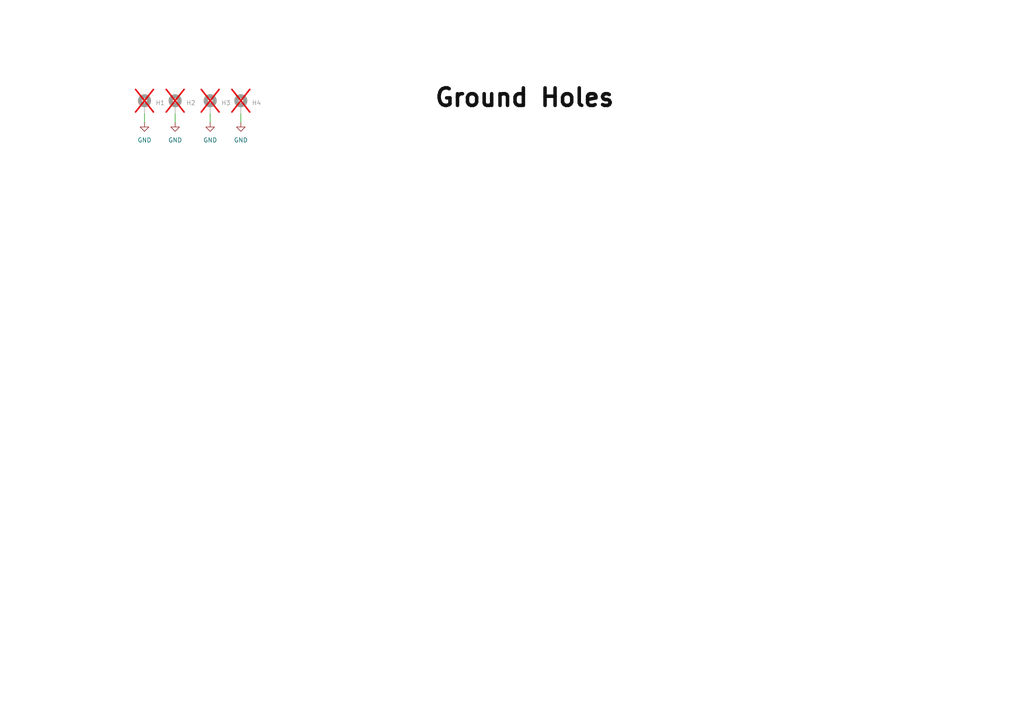
<source format=kicad_sch>
(kicad_sch (version 20250114) (generator "eeschema") (generator_version "9.0")
  (paper "A4")
  (title_block (title "12-12 Teensy G4.1 Arena Top Modular LED Display") (date "2025-07-22") (rev "v0.4") (company "IORodeo for Reiserlab @ Janelia"))
  (lib_symbols
    (symbol "Mechanical:MountingHole_Pad" (pin_numbers (hide yes)) (pin_names (offset 1.016) (hide yes))
      (property "Reference" "H" (at 0 6.35 0))
      (property "Value" "MountingHole_Pad" (at 0 4.445 0))
      (symbol "MountingHole_Pad_0_1"
        (circle (center 0 1.27) (radius 1.27) (stroke (width 1.27)))
      )
      (symbol "MountingHole_Pad_1_1"
        (pin input line (at 0 -2.54 90) (length 2.54) (name "1") (number "1"))
      )
    )
    (symbol "power:GND" (power) (pin_names (offset 0))
      (property "Value" "GND" (at 0 -3.81 0))
      (symbol "GND_0_1"
        (polyline (pts (xy 0 0) (xy 0 -1.27) (xy 1.27 -1.27) (xy 0 -2.54) (xy -1.27 -1.27) (xy 0 -1.27)))
      )
      (symbol "GND_1_1"
        (pin power_in line (at 0 0 270) (length 0) (hide yes) (name "GND") (number "1"))
      )
    )
  )
  (wire (pts (xy 41.91 33.02) (xy 41.91 35.56)))
  (wire (pts (xy 60.96 33.02) (xy 60.96 35.56)))
  (wire (pts (xy 69.85 33.02) (xy 69.85 35.56)))
  (wire (pts (xy 50.8 33.02) (xy 50.8 35.56)))
  (label "Ground Holes" (at 125.73 33.02 0) (effects (font (size 5.08 5.08) (thickness 1.016) (bold yes))))
  (symbol (lib_id "power:GND") (at 69.85 35.56 0) (mirror y) (unit 1)
    (property "Reference" "#PWR011" (effects (hide yes)))
    (property "Value" "GND" (at 69.85 40.64 0))
  )
  (symbol (lib_id "Mechanical:MountingHole_Pad") (at 50.8 30.48 0) (unit 1) (in_bom no) (dnp yes)
    (property "Reference" "H2" (at 53.975 29.845 0) (effects (justify left)))
    (property "Value" "MountingHole_Pad" (effects (hide yes)))
    (property "Footprint" "MountingHole:MountingHole_4.5mm_Pad" (effects (hide yes)))
  )
  (symbol (lib_id "power:GND") (at 50.8 35.56 0) (mirror y) (unit 1)
    (property "Reference" "#PWR09" (effects (hide yes)))
    (property "Value" "GND" (at 50.8 40.64 0))
  )
  (symbol (lib_id "power:GND") (at 41.91 35.56 0) (mirror y) (unit 1)
    (property "Reference" "#PWR08" (effects (hide yes)))
    (property "Value" "GND" (at 41.91 40.64 0))
  )
  (symbol (lib_id "Mechanical:MountingHole_Pad") (at 60.96 30.48 0) (unit 1) (in_bom no) (dnp yes)
    (property "Reference" "H3" (at 64.135 29.845 0) (effects (justify left)))
    (property "Value" "MountingHole_Pad" (effects (hide yes)))
    (property "Footprint" "MountingHole:MountingHole_4.5mm_Pad" (effects (hide yes)))
  )
  (symbol (lib_id "Mechanical:MountingHole_Pad") (at 41.91 30.48 0) (unit 1) (in_bom no) (dnp yes)
    (property "Reference" "H1" (at 45.085 29.845 0) (effects (justify left)))
    (property "Value" "MountingHole_Pad" (effects (hide yes)))
    (property "Footprint" "MountingHole:MountingHole_4.5mm_Pad" (effects (hide yes)))
  )
  (symbol (lib_id "power:GND") (at 60.96 35.56 0) (mirror y) (unit 1)
    (property "Reference" "#PWR010" (effects (hide yes)))
    (property "Value" "GND" (at 60.96 40.64 0))
  )
  (symbol (lib_id "Mechanical:MountingHole_Pad") (at 69.85 30.48 0) (unit 1) (in_bom no) (dnp yes)
    (property "Reference" "H4" (at 73.025 29.845 0) (effects (justify left)))
    (property "Value" "MountingHole_Pad" (effects (hide yes)))
    (property "Footprint" "MountingHole:MountingHole_4.5mm_Pad" (effects (hide yes)))
  )
)
</source>
